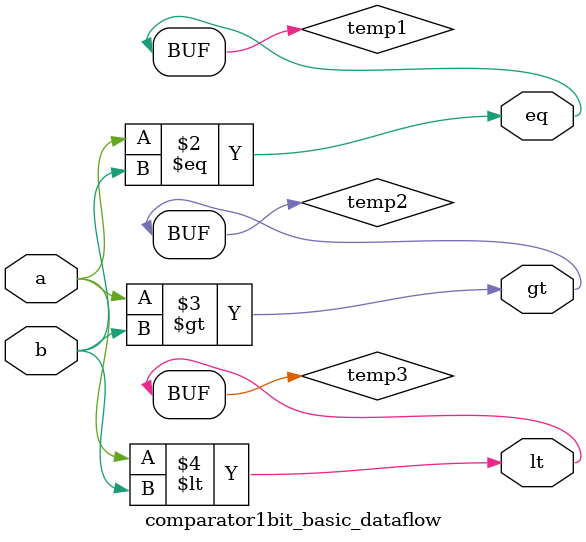
<source format=v>
module comparator1bit_basic_dataflow(input a, input b, output eq, output gt, output lt);

    reg temp1, temp2, temp3;

    always @(*) begin
        temp1 = (a == b);
        temp2 = (a > b);
        temp3 = (a < b);
    end
    
    assign eq = temp1;
    assign gt = temp2;
    assign lt = temp3;
endmodule

</source>
